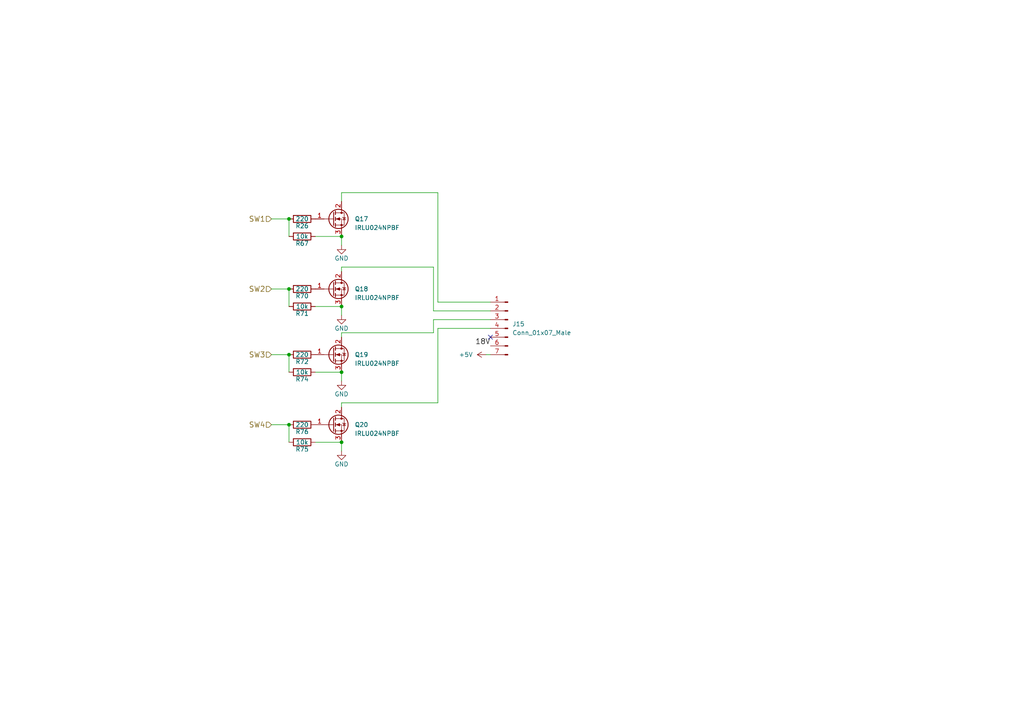
<source format=kicad_sch>
(kicad_sch (version 20211123) (generator eeschema)

  (uuid 0f63489d-181d-481e-b6c4-c32a5fb3aab3)

  (paper "A4")

  (lib_symbols
    (symbol "Connector:Conn_01x07_Male" (pin_names (offset 1.016) hide) (in_bom yes) (on_board yes)
      (property "Reference" "J" (id 0) (at 0 10.16 0)
        (effects (font (size 1.27 1.27)))
      )
      (property "Value" "Conn_01x07_Male" (id 1) (at 0 -10.16 0)
        (effects (font (size 1.27 1.27)))
      )
      (property "Footprint" "" (id 2) (at 0 0 0)
        (effects (font (size 1.27 1.27)) hide)
      )
      (property "Datasheet" "~" (id 3) (at 0 0 0)
        (effects (font (size 1.27 1.27)) hide)
      )
      (property "ki_keywords" "connector" (id 4) (at 0 0 0)
        (effects (font (size 1.27 1.27)) hide)
      )
      (property "ki_description" "Generic connector, single row, 01x07, script generated (kicad-library-utils/schlib/autogen/connector/)" (id 5) (at 0 0 0)
        (effects (font (size 1.27 1.27)) hide)
      )
      (property "ki_fp_filters" "Connector*:*_1x??_*" (id 6) (at 0 0 0)
        (effects (font (size 1.27 1.27)) hide)
      )
      (symbol "Conn_01x07_Male_1_1"
        (polyline
          (pts
            (xy 1.27 -7.62)
            (xy 0.8636 -7.62)
          )
          (stroke (width 0.1524) (type default) (color 0 0 0 0))
          (fill (type none))
        )
        (polyline
          (pts
            (xy 1.27 -5.08)
            (xy 0.8636 -5.08)
          )
          (stroke (width 0.1524) (type default) (color 0 0 0 0))
          (fill (type none))
        )
        (polyline
          (pts
            (xy 1.27 -2.54)
            (xy 0.8636 -2.54)
          )
          (stroke (width 0.1524) (type default) (color 0 0 0 0))
          (fill (type none))
        )
        (polyline
          (pts
            (xy 1.27 0)
            (xy 0.8636 0)
          )
          (stroke (width 0.1524) (type default) (color 0 0 0 0))
          (fill (type none))
        )
        (polyline
          (pts
            (xy 1.27 2.54)
            (xy 0.8636 2.54)
          )
          (stroke (width 0.1524) (type default) (color 0 0 0 0))
          (fill (type none))
        )
        (polyline
          (pts
            (xy 1.27 5.08)
            (xy 0.8636 5.08)
          )
          (stroke (width 0.1524) (type default) (color 0 0 0 0))
          (fill (type none))
        )
        (polyline
          (pts
            (xy 1.27 7.62)
            (xy 0.8636 7.62)
          )
          (stroke (width 0.1524) (type default) (color 0 0 0 0))
          (fill (type none))
        )
        (rectangle (start 0.8636 -7.493) (end 0 -7.747)
          (stroke (width 0.1524) (type default) (color 0 0 0 0))
          (fill (type outline))
        )
        (rectangle (start 0.8636 -4.953) (end 0 -5.207)
          (stroke (width 0.1524) (type default) (color 0 0 0 0))
          (fill (type outline))
        )
        (rectangle (start 0.8636 -2.413) (end 0 -2.667)
          (stroke (width 0.1524) (type default) (color 0 0 0 0))
          (fill (type outline))
        )
        (rectangle (start 0.8636 0.127) (end 0 -0.127)
          (stroke (width 0.1524) (type default) (color 0 0 0 0))
          (fill (type outline))
        )
        (rectangle (start 0.8636 2.667) (end 0 2.413)
          (stroke (width 0.1524) (type default) (color 0 0 0 0))
          (fill (type outline))
        )
        (rectangle (start 0.8636 5.207) (end 0 4.953)
          (stroke (width 0.1524) (type default) (color 0 0 0 0))
          (fill (type outline))
        )
        (rectangle (start 0.8636 7.747) (end 0 7.493)
          (stroke (width 0.1524) (type default) (color 0 0 0 0))
          (fill (type outline))
        )
        (pin passive line (at 5.08 7.62 180) (length 3.81)
          (name "Pin_1" (effects (font (size 1.27 1.27))))
          (number "1" (effects (font (size 1.27 1.27))))
        )
        (pin passive line (at 5.08 5.08 180) (length 3.81)
          (name "Pin_2" (effects (font (size 1.27 1.27))))
          (number "2" (effects (font (size 1.27 1.27))))
        )
        (pin passive line (at 5.08 2.54 180) (length 3.81)
          (name "Pin_3" (effects (font (size 1.27 1.27))))
          (number "3" (effects (font (size 1.27 1.27))))
        )
        (pin passive line (at 5.08 0 180) (length 3.81)
          (name "Pin_4" (effects (font (size 1.27 1.27))))
          (number "4" (effects (font (size 1.27 1.27))))
        )
        (pin passive line (at 5.08 -2.54 180) (length 3.81)
          (name "Pin_5" (effects (font (size 1.27 1.27))))
          (number "5" (effects (font (size 1.27 1.27))))
        )
        (pin passive line (at 5.08 -5.08 180) (length 3.81)
          (name "Pin_6" (effects (font (size 1.27 1.27))))
          (number "6" (effects (font (size 1.27 1.27))))
        )
        (pin passive line (at 5.08 -7.62 180) (length 3.81)
          (name "Pin_7" (effects (font (size 1.27 1.27))))
          (number "7" (effects (font (size 1.27 1.27))))
        )
      )
    )
    (symbol "Device:R" (pin_numbers hide) (pin_names (offset 0)) (in_bom yes) (on_board yes)
      (property "Reference" "R" (id 0) (at 2.032 0 90)
        (effects (font (size 1.27 1.27)))
      )
      (property "Value" "R" (id 1) (at 0 0 90)
        (effects (font (size 1.27 1.27)))
      )
      (property "Footprint" "" (id 2) (at -1.778 0 90)
        (effects (font (size 1.27 1.27)) hide)
      )
      (property "Datasheet" "~" (id 3) (at 0 0 0)
        (effects (font (size 1.27 1.27)) hide)
      )
      (property "ki_keywords" "R res resistor" (id 4) (at 0 0 0)
        (effects (font (size 1.27 1.27)) hide)
      )
      (property "ki_description" "Resistor" (id 5) (at 0 0 0)
        (effects (font (size 1.27 1.27)) hide)
      )
      (property "ki_fp_filters" "R_*" (id 6) (at 0 0 0)
        (effects (font (size 1.27 1.27)) hide)
      )
      (symbol "R_0_1"
        (rectangle (start -1.016 -2.54) (end 1.016 2.54)
          (stroke (width 0.254) (type default) (color 0 0 0 0))
          (fill (type none))
        )
      )
      (symbol "R_1_1"
        (pin passive line (at 0 3.81 270) (length 1.27)
          (name "~" (effects (font (size 1.27 1.27))))
          (number "1" (effects (font (size 1.27 1.27))))
        )
        (pin passive line (at 0 -3.81 90) (length 1.27)
          (name "~" (effects (font (size 1.27 1.27))))
          (number "2" (effects (font (size 1.27 1.27))))
        )
      )
    )
    (symbol "Transistor_FET:IRF540N" (pin_names hide) (in_bom yes) (on_board yes)
      (property "Reference" "Q" (id 0) (at 6.35 1.905 0)
        (effects (font (size 1.27 1.27)) (justify left))
      )
      (property "Value" "IRF540N" (id 1) (at 6.35 0 0)
        (effects (font (size 1.27 1.27)) (justify left))
      )
      (property "Footprint" "Package_TO_SOT_THT:TO-220-3_Vertical" (id 2) (at 6.35 -1.905 0)
        (effects (font (size 1.27 1.27) italic) (justify left) hide)
      )
      (property "Datasheet" "http://www.irf.com/product-info/datasheets/data/irf540n.pdf" (id 3) (at 0 0 0)
        (effects (font (size 1.27 1.27)) (justify left) hide)
      )
      (property "ki_keywords" "HEXFET N-Channel MOSFET" (id 4) (at 0 0 0)
        (effects (font (size 1.27 1.27)) hide)
      )
      (property "ki_description" "33A Id, 100V Vds, HEXFET N-Channel MOSFET, TO-220" (id 5) (at 0 0 0)
        (effects (font (size 1.27 1.27)) hide)
      )
      (property "ki_fp_filters" "TO?220*" (id 6) (at 0 0 0)
        (effects (font (size 1.27 1.27)) hide)
      )
      (symbol "IRF540N_0_1"
        (polyline
          (pts
            (xy 0.254 0)
            (xy -2.54 0)
          )
          (stroke (width 0) (type default) (color 0 0 0 0))
          (fill (type none))
        )
        (polyline
          (pts
            (xy 0.254 1.905)
            (xy 0.254 -1.905)
          )
          (stroke (width 0.254) (type default) (color 0 0 0 0))
          (fill (type none))
        )
        (polyline
          (pts
            (xy 0.762 -1.27)
            (xy 0.762 -2.286)
          )
          (stroke (width 0.254) (type default) (color 0 0 0 0))
          (fill (type none))
        )
        (polyline
          (pts
            (xy 0.762 0.508)
            (xy 0.762 -0.508)
          )
          (stroke (width 0.254) (type default) (color 0 0 0 0))
          (fill (type none))
        )
        (polyline
          (pts
            (xy 0.762 2.286)
            (xy 0.762 1.27)
          )
          (stroke (width 0.254) (type default) (color 0 0 0 0))
          (fill (type none))
        )
        (polyline
          (pts
            (xy 2.54 2.54)
            (xy 2.54 1.778)
          )
          (stroke (width 0) (type default) (color 0 0 0 0))
          (fill (type none))
        )
        (polyline
          (pts
            (xy 2.54 -2.54)
            (xy 2.54 0)
            (xy 0.762 0)
          )
          (stroke (width 0) (type default) (color 0 0 0 0))
          (fill (type none))
        )
        (polyline
          (pts
            (xy 0.762 -1.778)
            (xy 3.302 -1.778)
            (xy 3.302 1.778)
            (xy 0.762 1.778)
          )
          (stroke (width 0) (type default) (color 0 0 0 0))
          (fill (type none))
        )
        (polyline
          (pts
            (xy 1.016 0)
            (xy 2.032 0.381)
            (xy 2.032 -0.381)
            (xy 1.016 0)
          )
          (stroke (width 0) (type default) (color 0 0 0 0))
          (fill (type outline))
        )
        (polyline
          (pts
            (xy 2.794 0.508)
            (xy 2.921 0.381)
            (xy 3.683 0.381)
            (xy 3.81 0.254)
          )
          (stroke (width 0) (type default) (color 0 0 0 0))
          (fill (type none))
        )
        (polyline
          (pts
            (xy 3.302 0.381)
            (xy 2.921 -0.254)
            (xy 3.683 -0.254)
            (xy 3.302 0.381)
          )
          (stroke (width 0) (type default) (color 0 0 0 0))
          (fill (type none))
        )
        (circle (center 1.651 0) (radius 2.794)
          (stroke (width 0.254) (type default) (color 0 0 0 0))
          (fill (type none))
        )
        (circle (center 2.54 -1.778) (radius 0.254)
          (stroke (width 0) (type default) (color 0 0 0 0))
          (fill (type outline))
        )
        (circle (center 2.54 1.778) (radius 0.254)
          (stroke (width 0) (type default) (color 0 0 0 0))
          (fill (type outline))
        )
      )
      (symbol "IRF540N_1_1"
        (pin input line (at -5.08 0 0) (length 2.54)
          (name "G" (effects (font (size 1.27 1.27))))
          (number "1" (effects (font (size 1.27 1.27))))
        )
        (pin passive line (at 2.54 5.08 270) (length 2.54)
          (name "D" (effects (font (size 1.27 1.27))))
          (number "2" (effects (font (size 1.27 1.27))))
        )
        (pin passive line (at 2.54 -5.08 90) (length 2.54)
          (name "S" (effects (font (size 1.27 1.27))))
          (number "3" (effects (font (size 1.27 1.27))))
        )
      )
    )
    (symbol "power:+5V" (power) (pin_names (offset 0)) (in_bom yes) (on_board yes)
      (property "Reference" "#PWR" (id 0) (at 0 -3.81 0)
        (effects (font (size 1.27 1.27)) hide)
      )
      (property "Value" "+5V" (id 1) (at 0 3.556 0)
        (effects (font (size 1.27 1.27)))
      )
      (property "Footprint" "" (id 2) (at 0 0 0)
        (effects (font (size 1.27 1.27)) hide)
      )
      (property "Datasheet" "" (id 3) (at 0 0 0)
        (effects (font (size 1.27 1.27)) hide)
      )
      (property "ki_keywords" "power-flag" (id 4) (at 0 0 0)
        (effects (font (size 1.27 1.27)) hide)
      )
      (property "ki_description" "Power symbol creates a global label with name \"+5V\"" (id 5) (at 0 0 0)
        (effects (font (size 1.27 1.27)) hide)
      )
      (symbol "+5V_0_1"
        (polyline
          (pts
            (xy -0.762 1.27)
            (xy 0 2.54)
          )
          (stroke (width 0) (type default) (color 0 0 0 0))
          (fill (type none))
        )
        (polyline
          (pts
            (xy 0 0)
            (xy 0 2.54)
          )
          (stroke (width 0) (type default) (color 0 0 0 0))
          (fill (type none))
        )
        (polyline
          (pts
            (xy 0 2.54)
            (xy 0.762 1.27)
          )
          (stroke (width 0) (type default) (color 0 0 0 0))
          (fill (type none))
        )
      )
      (symbol "+5V_1_1"
        (pin power_in line (at 0 0 90) (length 0) hide
          (name "+5V" (effects (font (size 1.27 1.27))))
          (number "1" (effects (font (size 1.27 1.27))))
        )
      )
    )
    (symbol "power:GND" (power) (pin_names (offset 0)) (in_bom yes) (on_board yes)
      (property "Reference" "#PWR" (id 0) (at 0 -6.35 0)
        (effects (font (size 1.27 1.27)) hide)
      )
      (property "Value" "GND" (id 1) (at 0 -3.81 0)
        (effects (font (size 1.27 1.27)))
      )
      (property "Footprint" "" (id 2) (at 0 0 0)
        (effects (font (size 1.27 1.27)) hide)
      )
      (property "Datasheet" "" (id 3) (at 0 0 0)
        (effects (font (size 1.27 1.27)) hide)
      )
      (property "ki_keywords" "power-flag" (id 4) (at 0 0 0)
        (effects (font (size 1.27 1.27)) hide)
      )
      (property "ki_description" "Power symbol creates a global label with name \"GND\" , ground" (id 5) (at 0 0 0)
        (effects (font (size 1.27 1.27)) hide)
      )
      (symbol "GND_0_1"
        (polyline
          (pts
            (xy 0 0)
            (xy 0 -1.27)
            (xy 1.27 -1.27)
            (xy 0 -2.54)
            (xy -1.27 -1.27)
            (xy 0 -1.27)
          )
          (stroke (width 0) (type default) (color 0 0 0 0))
          (fill (type none))
        )
      )
      (symbol "GND_1_1"
        (pin power_in line (at 0 0 270) (length 0) hide
          (name "GND" (effects (font (size 1.27 1.27))))
          (number "1" (effects (font (size 1.27 1.27))))
        )
      )
    )
  )

  (junction (at 83.82 123.19) (diameter 0) (color 0 0 0 0)
    (uuid 22ce3ffd-0a98-4994-8e9f-3169e6a56aa2)
  )
  (junction (at 83.82 83.82) (diameter 0) (color 0 0 0 0)
    (uuid 4a1173ec-ee17-4977-a6bb-767b37c20783)
  )
  (junction (at 99.06 128.27) (diameter 0) (color 0 0 0 0)
    (uuid 50484796-ac9e-4fc8-a857-6d23e43d53f6)
  )
  (junction (at 99.06 68.58) (diameter 0) (color 0 0 0 0)
    (uuid 669b0c33-5bea-4187-a07e-ccf5eed81ada)
  )
  (junction (at 83.82 63.5) (diameter 0) (color 0 0 0 0)
    (uuid d9ebc326-54ef-48c0-b84a-cebbc6d8cbfb)
  )
  (junction (at 99.06 88.9) (diameter 0) (color 0 0 0 0)
    (uuid df5bcd7f-5a3e-48d8-bbf7-55a2764dadcb)
  )
  (junction (at 83.82 102.87) (diameter 0) (color 0 0 0 0)
    (uuid dfd5aec5-c760-49fb-a2c5-6076cb755a00)
  )
  (junction (at 99.06 107.95) (diameter 0) (color 0 0 0 0)
    (uuid e960e634-4d71-47a7-9f04-ebd37085e0a7)
  )

  (no_connect (at 142.24 97.79) (uuid e1985bfa-de44-4b8b-b037-ce9668fa90ea))

  (wire (pts (xy 142.24 87.63) (xy 127 87.63))
    (stroke (width 0) (type default) (color 0 0 0 0))
    (uuid 1247bdd0-2acd-4cc3-9b12-202e0e9eda4f)
  )
  (wire (pts (xy 99.06 96.52) (xy 125.73 96.52))
    (stroke (width 0) (type default) (color 0 0 0 0))
    (uuid 1ca03d2e-3d74-466a-8e1a-63829d65eb81)
  )
  (wire (pts (xy 99.06 77.47) (xy 125.73 77.47))
    (stroke (width 0) (type default) (color 0 0 0 0))
    (uuid 245aaf0d-afeb-446d-aace-958c517535ee)
  )
  (wire (pts (xy 125.73 77.47) (xy 125.73 90.17))
    (stroke (width 0) (type default) (color 0 0 0 0))
    (uuid 2da1192f-1284-42bc-8230-e365b49a443d)
  )
  (wire (pts (xy 83.82 128.27) (xy 83.82 123.19))
    (stroke (width 0) (type default) (color 0 0 0 0))
    (uuid 3117b1fb-0766-424a-8081-be67108389a7)
  )
  (wire (pts (xy 83.82 88.9) (xy 83.82 83.82))
    (stroke (width 0) (type default) (color 0 0 0 0))
    (uuid 33edea79-7700-4b71-a19d-000ebf564268)
  )
  (wire (pts (xy 78.74 83.82) (xy 83.82 83.82))
    (stroke (width 0) (type default) (color 0 0 0 0))
    (uuid 3915c5ee-0162-43d8-89b3-3c7de9304cca)
  )
  (wire (pts (xy 78.74 102.87) (xy 83.82 102.87))
    (stroke (width 0) (type default) (color 0 0 0 0))
    (uuid 39aa4473-90e8-4588-9865-111210c494c4)
  )
  (wire (pts (xy 78.74 63.5) (xy 83.82 63.5))
    (stroke (width 0) (type default) (color 0 0 0 0))
    (uuid 3aecb1cc-19dd-495e-90a1-902f7d405765)
  )
  (wire (pts (xy 99.06 97.79) (xy 99.06 96.52))
    (stroke (width 0) (type default) (color 0 0 0 0))
    (uuid 47b71ad8-40d4-4dd4-9e6f-bcd6f5f61b52)
  )
  (wire (pts (xy 78.74 123.19) (xy 83.82 123.19))
    (stroke (width 0) (type default) (color 0 0 0 0))
    (uuid 5181b22d-0cba-4b59-b253-cdaa7f36ac66)
  )
  (wire (pts (xy 99.06 107.95) (xy 99.06 110.49))
    (stroke (width 0) (type default) (color 0 0 0 0))
    (uuid 54dcc716-c81d-4ade-8e34-4b9af9802b6c)
  )
  (wire (pts (xy 99.06 58.42) (xy 99.06 55.88))
    (stroke (width 0) (type default) (color 0 0 0 0))
    (uuid 54debfd4-78ee-4093-8237-86e073413e0f)
  )
  (wire (pts (xy 91.44 68.58) (xy 99.06 68.58))
    (stroke (width 0) (type default) (color 0 0 0 0))
    (uuid 59cfd90d-eaa9-4cb8-a40c-6d0d9204ad1b)
  )
  (wire (pts (xy 99.06 78.74) (xy 99.06 77.47))
    (stroke (width 0) (type default) (color 0 0 0 0))
    (uuid 5aae2fdd-cbbf-430b-978d-d38e8f3ccc2b)
  )
  (wire (pts (xy 125.73 96.52) (xy 125.73 92.71))
    (stroke (width 0) (type default) (color 0 0 0 0))
    (uuid 5d834b84-ef02-4c6d-9014-6980e0df6560)
  )
  (wire (pts (xy 99.06 68.58) (xy 99.06 71.12))
    (stroke (width 0) (type default) (color 0 0 0 0))
    (uuid 604f9cc2-6181-45ee-aa81-1aade9a2e91b)
  )
  (wire (pts (xy 99.06 128.27) (xy 99.06 130.81))
    (stroke (width 0) (type default) (color 0 0 0 0))
    (uuid 6afee0e1-2b7b-4739-87e8-3e8ed3b1bbe5)
  )
  (wire (pts (xy 127 55.88) (xy 127 87.63))
    (stroke (width 0) (type default) (color 0 0 0 0))
    (uuid 713be6f7-8cf7-4544-9325-2e4c7e43968d)
  )
  (wire (pts (xy 91.44 88.9) (xy 99.06 88.9))
    (stroke (width 0) (type default) (color 0 0 0 0))
    (uuid 72be1c5b-6141-48d1-a18b-e7d05658cfed)
  )
  (wire (pts (xy 91.44 107.95) (xy 99.06 107.95))
    (stroke (width 0) (type default) (color 0 0 0 0))
    (uuid 79957cbb-11e6-4747-83d5-819de249737d)
  )
  (wire (pts (xy 99.06 116.84) (xy 99.06 118.11))
    (stroke (width 0) (type default) (color 0 0 0 0))
    (uuid 8d06116d-6102-47f7-b682-8936a0e821ae)
  )
  (wire (pts (xy 127 116.84) (xy 99.06 116.84))
    (stroke (width 0) (type default) (color 0 0 0 0))
    (uuid b52fb527-7956-45fe-8e57-f4ef54c60899)
  )
  (wire (pts (xy 83.82 68.58) (xy 83.82 63.5))
    (stroke (width 0) (type default) (color 0 0 0 0))
    (uuid be0de962-e741-4c3d-8280-5ec9c61905b3)
  )
  (wire (pts (xy 99.06 88.9) (xy 99.06 91.44))
    (stroke (width 0) (type default) (color 0 0 0 0))
    (uuid c3b99491-f139-47c2-8af6-5ac8a941b5a0)
  )
  (wire (pts (xy 140.97 102.87) (xy 142.24 102.87))
    (stroke (width 0) (type default) (color 0 0 0 0))
    (uuid c52d867e-df93-46f5-9f3d-101eddf03fb8)
  )
  (wire (pts (xy 127 95.25) (xy 142.24 95.25))
    (stroke (width 0) (type default) (color 0 0 0 0))
    (uuid c5c307f0-14f5-40b7-9355-b7aae02fc8fa)
  )
  (wire (pts (xy 99.06 55.88) (xy 127 55.88))
    (stroke (width 0) (type default) (color 0 0 0 0))
    (uuid cecc9227-4a38-41bb-806c-40a88ee2b3ef)
  )
  (wire (pts (xy 127 95.25) (xy 127 116.84))
    (stroke (width 0) (type default) (color 0 0 0 0))
    (uuid e2422fe2-4f10-4ea6-9798-d295463c4fe9)
  )
  (wire (pts (xy 83.82 107.95) (xy 83.82 102.87))
    (stroke (width 0) (type default) (color 0 0 0 0))
    (uuid e8d6bfaf-99d9-4132-a44f-6d2e0a4cd933)
  )
  (wire (pts (xy 125.73 90.17) (xy 142.24 90.17))
    (stroke (width 0) (type default) (color 0 0 0 0))
    (uuid ed334d1c-e65b-434f-8204-a2c5bae460cb)
  )
  (wire (pts (xy 125.73 92.71) (xy 142.24 92.71))
    (stroke (width 0) (type default) (color 0 0 0 0))
    (uuid f01d8496-5618-48b6-9d3e-cf75e832e4c8)
  )
  (wire (pts (xy 91.44 128.27) (xy 99.06 128.27))
    (stroke (width 0) (type default) (color 0 0 0 0))
    (uuid f86635c0-8741-4817-a07f-89bcb9b4e41f)
  )

  (label "18V" (at 142.24 100.33 180)
    (effects (font (size 1.524 1.524)) (justify right bottom))
    (uuid 47f46c42-8f02-4c84-b381-cbe146ebc196)
  )

  (hierarchical_label "SW3" (shape input) (at 78.74 102.87 180)
    (effects (font (size 1.524 1.524)) (justify right))
    (uuid 888f0702-fa19-43d9-9729-eed0e4393e37)
  )
  (hierarchical_label "SW2" (shape input) (at 78.74 83.82 180)
    (effects (font (size 1.524 1.524)) (justify right))
    (uuid 8bff12f7-e357-42aa-b8a8-b9fe5e5f67df)
  )
  (hierarchical_label "SW1" (shape input) (at 78.74 63.5 180)
    (effects (font (size 1.524 1.524)) (justify right))
    (uuid c1260fa3-d222-4922-8371-06ec69491aa7)
  )
  (hierarchical_label "SW4" (shape input) (at 78.74 123.19 180)
    (effects (font (size 1.524 1.524)) (justify right))
    (uuid db526cd6-efbd-4ff1-be0f-0a48e6dd23c8)
  )

  (symbol (lib_id "Transistor_FET:IRF540N") (at 96.52 63.5 0) (unit 1)
    (in_bom yes) (on_board yes)
    (uuid 185c1510-65cb-423a-af20-e8f7dc8d68aa)
    (property "Reference" "Q17" (id 0) (at 102.87 63.5 0)
      (effects (font (size 1.27 1.27)) (justify left))
    )
    (property "Value" "IRLU024NPBF" (id 1) (at 102.87 66.04 0)
      (effects (font (size 1.27 1.27)) (justify left))
    )
    (property "Footprint" "Package_TO_SOT_THT:TO-220-3_Vertical" (id 2) (at 102.87 65.405 0)
      (effects (font (size 1.27 1.27) italic) (justify left) hide)
    )
    (property "Datasheet" "" (id 3) (at 96.52 63.5 0)
      (effects (font (size 1.27 1.27)) (justify left) hide)
    )
    (property "JLCPCB" "" (id 4) (at 43.18 -31.75 0)
      (effects (font (size 1.524 1.524)) hide)
    )
    (pin "1" (uuid aefdbd03-330d-4572-86be-5731169b1e69))
    (pin "2" (uuid 8fca9c68-dc81-4d92-a0a6-8282d546a241))
    (pin "3" (uuid 50c437ab-8d92-43b7-9149-7a1a53e3cd67))
  )

  (symbol (lib_id "Device:R") (at 87.63 128.27 270) (unit 1)
    (in_bom yes) (on_board yes)
    (uuid 35f63c6d-bcbd-4760-9f72-4c84495510f0)
    (property "Reference" "R75" (id 0) (at 87.63 130.302 90))
    (property "Value" "10k" (id 1) (at 87.63 128.27 90))
    (property "Footprint" "Resistor_SMD:R_0402_1005Metric" (id 2) (at 87.63 126.492 90)
      (effects (font (size 1.27 1.27)) hide)
    )
    (property "Datasheet" "" (id 3) (at 87.63 128.27 0)
      (effects (font (size 1.27 1.27)) hide)
    )
    (property "LCSC" "C84376" (id 4) (at 87.63 128.27 90)
      (effects (font (size 1.524 1.524)) hide)
    )
    (pin "1" (uuid 736c8bc5-ed9f-4411-a46f-97db40cdf200))
    (pin "2" (uuid 899ef6ea-e413-4030-801f-2fbbb953e360))
  )

  (symbol (lib_id "Transistor_FET:IRF540N") (at 96.52 123.19 0) (unit 1)
    (in_bom yes) (on_board yes)
    (uuid 4c14f10a-8881-49fa-a320-bd1b70615ac6)
    (property "Reference" "Q20" (id 0) (at 102.87 123.19 0)
      (effects (font (size 1.27 1.27)) (justify left))
    )
    (property "Value" "IRLU024NPBF" (id 1) (at 102.87 125.73 0)
      (effects (font (size 1.27 1.27)) (justify left))
    )
    (property "Footprint" "Package_TO_SOT_THT:TO-220-3_Vertical" (id 2) (at 102.87 125.095 0)
      (effects (font (size 1.27 1.27) italic) (justify left) hide)
    )
    (property "Datasheet" "" (id 3) (at 96.52 123.19 0)
      (effects (font (size 1.27 1.27)) (justify left) hide)
    )
    (property "JLCPCB" "" (id 4) (at 43.18 27.94 0)
      (effects (font (size 1.524 1.524)) hide)
    )
    (pin "1" (uuid 398c1970-4e8e-4466-8aec-bbd86ec5649c))
    (pin "2" (uuid 6e745609-d82d-4ae0-b42e-f98a962ea18e))
    (pin "3" (uuid a86068bc-c45e-4132-bd9a-298de7a92d3f))
  )

  (symbol (lib_id "Device:R") (at 87.63 107.95 270) (unit 1)
    (in_bom yes) (on_board yes)
    (uuid 5a8721e1-d9cd-470f-b0af-e435cbaf3ca0)
    (property "Reference" "R74" (id 0) (at 87.63 109.982 90))
    (property "Value" "10k" (id 1) (at 87.63 107.95 90))
    (property "Footprint" "Resistor_SMD:R_0402_1005Metric" (id 2) (at 87.63 106.172 90)
      (effects (font (size 1.27 1.27)) hide)
    )
    (property "Datasheet" "" (id 3) (at 87.63 107.95 0)
      (effects (font (size 1.27 1.27)) hide)
    )
    (property "LCSC" "C84376" (id 4) (at 87.63 107.95 90)
      (effects (font (size 1.524 1.524)) hide)
    )
    (pin "1" (uuid 4358b37e-3b32-40ce-9d91-33a9b8e29cd5))
    (pin "2" (uuid 39edbf5d-b9df-4a17-88c8-efbfd3a96fe5))
  )

  (symbol (lib_id "power:+5V") (at 140.97 102.87 90) (unit 1)
    (in_bom yes) (on_board yes) (fields_autoplaced)
    (uuid 5c781c98-1bc5-4be4-8ef1-66e0dad6f8d4)
    (property "Reference" "#PWR0121" (id 0) (at 144.78 102.87 0)
      (effects (font (size 1.27 1.27)) hide)
    )
    (property "Value" "+5V" (id 1) (at 137.16 102.8699 90)
      (effects (font (size 1.27 1.27)) (justify left))
    )
    (property "Footprint" "" (id 2) (at 140.97 102.87 0)
      (effects (font (size 1.27 1.27)) hide)
    )
    (property "Datasheet" "" (id 3) (at 140.97 102.87 0)
      (effects (font (size 1.27 1.27)) hide)
    )
    (pin "1" (uuid 5369adb3-9eba-4974-bcfb-d4627ebe2ef1))
  )

  (symbol (lib_id "power:GND") (at 99.06 110.49 0) (unit 1)
    (in_bom yes) (on_board yes)
    (uuid 711812cf-38c2-495f-bdaa-20c775bc958a)
    (property "Reference" "#PWR0120" (id 0) (at 99.06 116.84 0)
      (effects (font (size 1.27 1.27)) hide)
    )
    (property "Value" "GND" (id 1) (at 99.06 114.3 0))
    (property "Footprint" "" (id 2) (at 99.06 110.49 0)
      (effects (font (size 1.27 1.27)) hide)
    )
    (property "Datasheet" "" (id 3) (at 99.06 110.49 0)
      (effects (font (size 1.27 1.27)) hide)
    )
    (pin "1" (uuid 2afcbf67-620a-472a-964b-38242a5f2621))
  )

  (symbol (lib_id "Transistor_FET:IRF540N") (at 96.52 83.82 0) (unit 1)
    (in_bom yes) (on_board yes)
    (uuid 757dff66-08bb-47dd-840d-760eb8be2988)
    (property "Reference" "Q18" (id 0) (at 102.87 83.82 0)
      (effects (font (size 1.27 1.27)) (justify left))
    )
    (property "Value" "IRLU024NPBF" (id 1) (at 102.87 86.36 0)
      (effects (font (size 1.27 1.27)) (justify left))
    )
    (property "Footprint" "Package_TO_SOT_THT:TO-220-3_Vertical" (id 2) (at 102.87 85.725 0)
      (effects (font (size 1.27 1.27) italic) (justify left) hide)
    )
    (property "Datasheet" "" (id 3) (at 96.52 83.82 0)
      (effects (font (size 1.27 1.27)) (justify left) hide)
    )
    (property "JLCPCB" "" (id 4) (at 43.18 -11.43 0)
      (effects (font (size 1.524 1.524)) hide)
    )
    (pin "1" (uuid 38332ffe-389e-41c3-8cb4-e3b3bc9d253e))
    (pin "2" (uuid 35ef5648-5e8e-49db-96a9-d5dcba2b1d26))
    (pin "3" (uuid 5294c4da-6ee5-4c64-a731-000dd23ad1d3))
  )

  (symbol (lib_id "Device:R") (at 87.63 102.87 270) (unit 1)
    (in_bom yes) (on_board yes)
    (uuid 80610398-b522-4dc0-8d18-ab2ca3a709df)
    (property "Reference" "R72" (id 0) (at 87.63 104.902 90))
    (property "Value" "220" (id 1) (at 87.63 102.87 90))
    (property "Footprint" "Resistor_SMD:R_0402_1005Metric" (id 2) (at 87.63 101.092 90)
      (effects (font (size 1.27 1.27)) hide)
    )
    (property "Datasheet" "" (id 3) (at 87.63 102.87 0)
      (effects (font (size 1.27 1.27)) hide)
    )
    (property "LCSC" "C17557" (id 4) (at 87.63 102.87 90)
      (effects (font (size 1.524 1.524)) hide)
    )
    (pin "1" (uuid 2d3b4498-c61b-4f8c-bae6-3a9f49412187))
    (pin "2" (uuid ca205dbd-d835-4cba-ab54-5038eeb6127f))
  )

  (symbol (lib_id "Device:R") (at 87.63 88.9 270) (unit 1)
    (in_bom yes) (on_board yes)
    (uuid 86d740d1-73cc-432e-ae07-316a99eb7d50)
    (property "Reference" "R71" (id 0) (at 87.63 90.932 90))
    (property "Value" "10k" (id 1) (at 87.63 88.9 90))
    (property "Footprint" "Resistor_SMD:R_0402_1005Metric" (id 2) (at 87.63 87.122 90)
      (effects (font (size 1.27 1.27)) hide)
    )
    (property "Datasheet" "" (id 3) (at 87.63 88.9 0)
      (effects (font (size 1.27 1.27)) hide)
    )
    (property "LCSC" "C84376" (id 4) (at 87.63 88.9 90)
      (effects (font (size 1.524 1.524)) hide)
    )
    (pin "1" (uuid 694e58bc-4c83-4aae-9f8b-713456f67536))
    (pin "2" (uuid 5e233812-c6f7-4f8d-a51e-db3f7d5af240))
  )

  (symbol (lib_id "power:GND") (at 99.06 130.81 0) (unit 1)
    (in_bom yes) (on_board yes)
    (uuid 8e657627-03d9-46f8-bae1-72707563601d)
    (property "Reference" "#PWR0118" (id 0) (at 99.06 137.16 0)
      (effects (font (size 1.27 1.27)) hide)
    )
    (property "Value" "GND" (id 1) (at 99.06 134.62 0))
    (property "Footprint" "" (id 2) (at 99.06 130.81 0)
      (effects (font (size 1.27 1.27)) hide)
    )
    (property "Datasheet" "" (id 3) (at 99.06 130.81 0)
      (effects (font (size 1.27 1.27)) hide)
    )
    (pin "1" (uuid 8f5a427d-4cd0-4d6a-9069-65c7396dc498))
  )

  (symbol (lib_id "Transistor_FET:IRF540N") (at 96.52 102.87 0) (unit 1)
    (in_bom yes) (on_board yes)
    (uuid 8e6a14c1-d404-4208-a5ae-487d52d4abe9)
    (property "Reference" "Q19" (id 0) (at 102.87 102.87 0)
      (effects (font (size 1.27 1.27)) (justify left))
    )
    (property "Value" "IRLU024NPBF" (id 1) (at 102.87 105.41 0)
      (effects (font (size 1.27 1.27)) (justify left))
    )
    (property "Footprint" "Package_TO_SOT_THT:TO-220-3_Vertical" (id 2) (at 102.87 104.775 0)
      (effects (font (size 1.27 1.27) italic) (justify left) hide)
    )
    (property "Datasheet" "" (id 3) (at 96.52 102.87 0)
      (effects (font (size 1.27 1.27)) (justify left) hide)
    )
    (property "JLCPCB" "" (id 4) (at 43.18 7.62 0)
      (effects (font (size 1.524 1.524)) hide)
    )
    (pin "1" (uuid f2652af8-e5aa-4dff-b5f1-179932c3c081))
    (pin "2" (uuid 49b070e8-710e-4cd3-899a-5b2f094b85a4))
    (pin "3" (uuid 9611b062-f364-4e6e-80a2-7ab4130ca23e))
  )

  (symbol (lib_id "Device:R") (at 87.63 63.5 270) (unit 1)
    (in_bom yes) (on_board yes)
    (uuid 8eb33e58-ef11-4de9-83dd-734692e4951c)
    (property "Reference" "R26" (id 0) (at 87.63 65.532 90))
    (property "Value" "220" (id 1) (at 87.63 63.5 90))
    (property "Footprint" "Resistor_SMD:R_0402_1005Metric" (id 2) (at 87.63 61.722 90)
      (effects (font (size 1.27 1.27)) hide)
    )
    (property "Datasheet" "" (id 3) (at 87.63 63.5 0)
      (effects (font (size 1.27 1.27)) hide)
    )
    (property "LCSC" "C17557" (id 4) (at 87.63 63.5 90)
      (effects (font (size 1.524 1.524)) hide)
    )
    (pin "1" (uuid 01b0d5d7-c4ca-444d-b6d3-24a34db80877))
    (pin "2" (uuid 848411e3-ea9a-4bb6-a872-09a4ee92303b))
  )

  (symbol (lib_id "power:GND") (at 99.06 91.44 0) (unit 1)
    (in_bom yes) (on_board yes)
    (uuid baf3cef8-a261-47c1-a6eb-db3c786b5967)
    (property "Reference" "#PWR0116" (id 0) (at 99.06 97.79 0)
      (effects (font (size 1.27 1.27)) hide)
    )
    (property "Value" "GND" (id 1) (at 99.06 95.25 0))
    (property "Footprint" "" (id 2) (at 99.06 91.44 0)
      (effects (font (size 1.27 1.27)) hide)
    )
    (property "Datasheet" "" (id 3) (at 99.06 91.44 0)
      (effects (font (size 1.27 1.27)) hide)
    )
    (pin "1" (uuid acf2eb6a-5c1d-44e7-8df4-d8298de51a8c))
  )

  (symbol (lib_id "power:GND") (at 99.06 71.12 0) (unit 1)
    (in_bom yes) (on_board yes)
    (uuid c0fb60e5-dd62-4844-9bbf-66fca0584e8a)
    (property "Reference" "#PWR0117" (id 0) (at 99.06 77.47 0)
      (effects (font (size 1.27 1.27)) hide)
    )
    (property "Value" "GND" (id 1) (at 99.06 74.93 0))
    (property "Footprint" "" (id 2) (at 99.06 71.12 0)
      (effects (font (size 1.27 1.27)) hide)
    )
    (property "Datasheet" "" (id 3) (at 99.06 71.12 0)
      (effects (font (size 1.27 1.27)) hide)
    )
    (pin "1" (uuid 4fce39c1-51ca-4470-90d9-5929bd41598c))
  )

  (symbol (lib_id "Device:R") (at 87.63 68.58 270) (unit 1)
    (in_bom yes) (on_board yes)
    (uuid c5b7df16-749d-48e3-86e7-37a445b373c4)
    (property "Reference" "R67" (id 0) (at 87.63 70.612 90))
    (property "Value" "10k" (id 1) (at 87.63 68.58 90))
    (property "Footprint" "Resistor_SMD:R_0402_1005Metric" (id 2) (at 87.63 66.802 90)
      (effects (font (size 1.27 1.27)) hide)
    )
    (property "Datasheet" "" (id 3) (at 87.63 68.58 0)
      (effects (font (size 1.27 1.27)) hide)
    )
    (property "LCSC" "C84376" (id 4) (at 87.63 68.58 90)
      (effects (font (size 1.524 1.524)) hide)
    )
    (pin "1" (uuid e131505b-0cd7-4385-b69a-7e96d74f368c))
    (pin "2" (uuid 9ce716b5-ae36-41f8-8dfb-271057e905ba))
  )

  (symbol (lib_id "Connector:Conn_01x07_Male") (at 147.32 95.25 0) (mirror y) (unit 1)
    (in_bom yes) (on_board yes) (fields_autoplaced)
    (uuid cc64b977-1e0a-46c9-96e4-0c51445148a0)
    (property "Reference" "J15" (id 0) (at 148.59 93.9799 0)
      (effects (font (size 1.27 1.27)) (justify right))
    )
    (property "Value" "Conn_01x07_Male" (id 1) (at 148.59 96.5199 0)
      (effects (font (size 1.27 1.27)) (justify right))
    )
    (property "Footprint" "Connector_Molex:Molex_KK-396_A-41791-0007_1x07_P3.96mm_Vertical" (id 2) (at 147.32 95.25 0)
      (effects (font (size 1.27 1.27)) hide)
    )
    (property "Datasheet" "~" (id 3) (at 147.32 95.25 0)
      (effects (font (size 1.27 1.27)) hide)
    )
    (pin "1" (uuid b1ae96f6-9b22-4167-b0a9-b74c6baaaa6e))
    (pin "2" (uuid 96ee6bea-a2d7-4ac6-91dd-1cd0843ee685))
    (pin "3" (uuid fd1949db-928d-4343-b0fa-6fe08fef4359))
    (pin "4" (uuid 41e03ee9-1655-4254-8f77-0a6b313b67b1))
    (pin "5" (uuid 88db5c4d-0899-4ccf-bb12-37818b07b7a7))
    (pin "6" (uuid 6c365614-fc8d-4674-9cff-d5225f022b5e))
    (pin "7" (uuid 81b7152a-bd01-43df-a96f-dccde922e5d4))
  )

  (symbol (lib_id "Device:R") (at 87.63 123.19 270) (unit 1)
    (in_bom yes) (on_board yes)
    (uuid ee9a0c8f-943f-47e4-bc71-bfaad15db956)
    (property "Reference" "R76" (id 0) (at 87.63 125.222 90))
    (property "Value" "220" (id 1) (at 87.63 123.19 90))
    (property "Footprint" "Resistor_SMD:R_0402_1005Metric" (id 2) (at 87.63 121.412 90)
      (effects (font (size 1.27 1.27)) hide)
    )
    (property "Datasheet" "" (id 3) (at 87.63 123.19 0)
      (effects (font (size 1.27 1.27)) hide)
    )
    (property "LCSC" "C17557" (id 4) (at 87.63 123.19 90)
      (effects (font (size 1.524 1.524)) hide)
    )
    (pin "1" (uuid 8bb34ebd-3363-4254-ad89-fef461cb5a5a))
    (pin "2" (uuid 3c193d4c-612f-4abf-99ce-c3f28211a4eb))
  )

  (symbol (lib_id "Device:R") (at 87.63 83.82 270) (unit 1)
    (in_bom yes) (on_board yes)
    (uuid f0804ee0-9531-4451-8cca-228f5b291812)
    (property "Reference" "R70" (id 0) (at 87.63 85.852 90))
    (property "Value" "220" (id 1) (at 87.63 83.82 90))
    (property "Footprint" "Resistor_SMD:R_0402_1005Metric" (id 2) (at 87.63 82.042 90)
      (effects (font (size 1.27 1.27)) hide)
    )
    (property "Datasheet" "" (id 3) (at 87.63 83.82 0)
      (effects (font (size 1.27 1.27)) hide)
    )
    (property "LCSC" "C17557" (id 4) (at 87.63 83.82 90)
      (effects (font (size 1.524 1.524)) hide)
    )
    (pin "1" (uuid 56b796db-b534-44b1-b8fb-82c65abb59dd))
    (pin "2" (uuid 0e2399d0-0334-47d1-bf1d-32fb40d3fd9e))
  )
)

</source>
